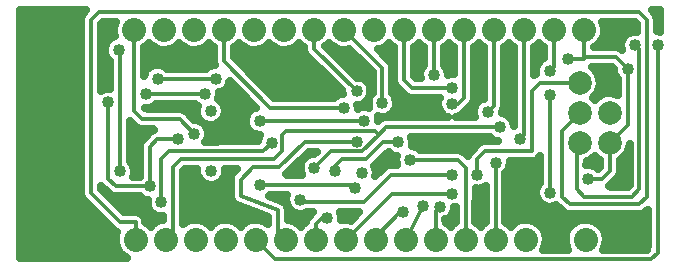
<source format=gbr>
G04 DipTrace 2.2.0.9*
%INBottom.gbr*%
%MOIN*%
%ADD13C,0.013*%
%ADD14C,0.025*%
%ADD20C,0.0787*%
%ADD25C,0.08*%
%ADD26C,0.04*%
%FSLAX44Y44*%
%SFA1B1*%
%OFA0B0*%
G04*
G70*
G90*
G75*
G01*
%LNBottom*%
%LPD*%
X23234Y6909D2*
D13*
X23690D1*
X23950Y7169D1*
Y8120D1*
X9560Y8254D2*
X8864D1*
X8604Y7994D1*
Y6664D1*
X24539Y10580D2*
X24144Y10975D1*
X23155D1*
X23090Y10910D1*
X22560D1*
X23090D2*
Y11890D1*
X23950Y8120D2*
X24539Y8709D1*
Y10580D1*
X8604Y6664D2*
X7489D1*
X7229Y6924D1*
Y9465D1*
X8880Y10262D2*
X10820D1*
X8485Y9732D2*
X10445D1*
X7624Y7180D2*
Y11175D1*
X7574Y11225D1*
X12680Y8130D2*
X12385Y7835D1*
X9259D1*
X8999Y7575D1*
Y6134D1*
X12300Y6720D2*
X15360D1*
X15450Y6630D1*
X12280Y8850D2*
X15770D1*
X18691Y7061D2*
X16661D1*
X15740Y6140D1*
X13700D1*
X13630Y6210D1*
X19535Y7061D2*
Y7591D1*
X19795Y7850D1*
X21350D1*
Y9860D1*
X21610Y10120D1*
X22950D1*
X14100Y7282D2*
X14652Y7834D1*
X15692D1*
X16239Y8380D1*
X16119Y8500D1*
X13147D1*
X13027Y8380D1*
Y7835D1*
X12767Y7575D1*
X9653D1*
X9394Y7315D1*
Y5144D1*
X9140Y4890D1*
X20275Y8640D2*
X16498D1*
X16239Y8380D1*
X8140Y4890D2*
Y5485D1*
X7624D1*
X6659Y6449D1*
Y12225D1*
X6919Y12485D1*
X24933D1*
X25193Y12225D1*
Y6326D1*
X24933Y6066D1*
X22612D1*
X22352Y6326D1*
Y8522D1*
X22950Y9120D1*
X12140Y4890D2*
X12799Y4231D1*
X25328D1*
X25550Y4452D1*
Y11370D1*
X22950Y8120D2*
X22839Y8009D1*
Y6586D1*
X23099Y6326D1*
X24674D1*
X24933Y6586D1*
Y11235D1*
X24798Y11370D1*
X16899Y8136D2*
X16396D1*
X15830Y7570D1*
X15010D1*
X14794Y7354D1*
Y7179D1*
X21957Y9725D2*
Y6461D1*
Y10515D2*
X22090Y10648D1*
Y11890D1*
X15510Y8160D2*
X13790D1*
X12930Y7300D1*
X12040D1*
X11640Y6880D1*
Y6360D1*
X12880Y5882D1*
Y4890D1*
X13140D1*
X14535Y5620D2*
X14340D1*
X14140Y5420D1*
Y4890D1*
X18691Y6424D2*
X16674D1*
X15140Y4890D1*
X17050Y5800D2*
X16950D1*
X16040Y4890D1*
X16140D1*
X17732Y6029D2*
X17480Y5540D1*
X17140Y4890D1*
X18296Y5995D2*
X18140Y5839D1*
Y4890D1*
X17294Y7542D2*
X18880D1*
X19140Y7282D1*
Y4890D1*
X20140Y7456D2*
Y4890D1*
X20940Y8245D2*
X21090Y8395D1*
Y11890D1*
X19880Y9151D2*
X20090Y9361D1*
Y11890D1*
X18691Y9416D2*
X18890D1*
X19090Y9616D1*
Y11890D1*
X18090Y10384D2*
Y11890D1*
X18691Y9946D2*
X17350D1*
X17090Y10206D1*
Y11890D1*
X16369Y9440D2*
Y10611D1*
X15090Y11890D1*
X15504Y9835D2*
X14090Y11249D1*
Y11890D1*
X15077Y9295D2*
X12633D1*
X11090Y10838D1*
Y11890D1*
X10090Y8427D2*
X9609Y8909D1*
X8350D1*
X8090Y9168D1*
Y11890D1*
D26*
X17050Y5800D3*
X12280Y8850D3*
X12300Y6720D3*
X15450Y6630D3*
X15680Y7110D3*
X15770Y8850D3*
X10820Y10262D3*
X8880D3*
X10445Y9732D3*
X8485D3*
X7574Y11225D3*
X7624Y7180D3*
X8999Y6134D3*
X12680Y8130D3*
X10643Y9180D3*
X10660Y7180D3*
X22560Y10910D3*
X7229Y9465D3*
X9560Y8254D3*
X23234Y6909D3*
X24539Y10580D3*
X8604Y6664D3*
X13630Y6210D3*
X18691Y7061D3*
X19535D3*
X14100Y7282D3*
X20275Y8640D3*
X25550Y11370D3*
X24798D3*
X14794Y7179D3*
X16899Y8136D3*
X21957Y6461D3*
Y9725D3*
Y10515D3*
X15510Y8160D3*
X14535Y5620D3*
X18691Y6424D3*
X17732Y6029D3*
X18296Y5995D3*
X17294Y7542D3*
X20140Y7456D3*
X20940Y8245D3*
X19880Y9151D3*
X18691Y9416D3*
X18090Y10384D3*
X18691Y9946D3*
X16369Y9440D3*
X15504Y9835D3*
X15077Y9295D3*
X10090Y8427D3*
X4310Y12286D2*
D14*
X6309D1*
X4310Y12038D2*
X6305D1*
X7015D2*
X7418D1*
X23765D2*
X24840D1*
X4310Y11789D2*
X6305D1*
X7015D2*
X7406D1*
X23773D2*
X24574D1*
X4310Y11540D2*
X6305D1*
X7015D2*
X7207D1*
X23679D2*
X24340D1*
X4310Y11292D2*
X6305D1*
X8445D2*
X8774D1*
X9406D2*
X9774D1*
X10406D2*
X10735D1*
X11445D2*
X11774D1*
X12406D2*
X12774D1*
X13406D2*
X13735D1*
X14539D2*
X14774D1*
X16406D2*
X16735D1*
X17445D2*
X17735D1*
X18445D2*
X18735D1*
X19445D2*
X19735D1*
X20445D2*
X20735D1*
X21445D2*
X21735D1*
X4310Y11043D2*
X6305D1*
X7015D2*
X7122D1*
X8445D2*
X10735D1*
X11445D2*
X13809D1*
X14789D2*
X15446D1*
X16429D2*
X16735D1*
X17445D2*
X17735D1*
X18445D2*
X18735D1*
X19445D2*
X19735D1*
X20445D2*
X20735D1*
X21445D2*
X21735D1*
X4310Y10794D2*
X6305D1*
X7015D2*
X7270D1*
X8445D2*
X10739D1*
X11624D2*
X14055D1*
X15035D2*
X15696D1*
X17445D2*
X17735D1*
X18445D2*
X18735D1*
X19445D2*
X19735D1*
X20445D2*
X20735D1*
X21445D2*
X21564D1*
X4310Y10545D2*
X6305D1*
X7015D2*
X7270D1*
X11874D2*
X14301D1*
X15285D2*
X15942D1*
X17445D2*
X17631D1*
X18550D2*
X18735D1*
X19445D2*
X19735D1*
X20445D2*
X20735D1*
X23476D2*
X24051D1*
X4310Y10297D2*
X6305D1*
X7015D2*
X7270D1*
X12121D2*
X14551D1*
X15581D2*
X16016D1*
X17492D2*
X17608D1*
X19445D2*
X19735D1*
X20445D2*
X20735D1*
X23609D2*
X24145D1*
X4310Y10048D2*
X6305D1*
X7015D2*
X7270D1*
X11257D2*
X11387D1*
X12371D2*
X14797D1*
X15941D2*
X16017D1*
X19445D2*
X19735D1*
X20445D2*
X20735D1*
X23628D2*
X24184D1*
X4310Y9799D2*
X6305D1*
X10929D2*
X11637D1*
X12621D2*
X15016D1*
X16722D2*
X17004D1*
X19445D2*
X19735D1*
X20445D2*
X20735D1*
X23550D2*
X24184D1*
X4310Y9551D2*
X6305D1*
X10949D2*
X11887D1*
X16847D2*
X18223D1*
X19437D2*
X19616D1*
X20445D2*
X20735D1*
X4310Y9302D2*
X6305D1*
X8687D2*
X10168D1*
X11117D2*
X12133D1*
X16839D2*
X18215D1*
X19269D2*
X19414D1*
X20441D2*
X20735D1*
X4310Y9053D2*
X6305D1*
X9956D2*
X10172D1*
X11117D2*
X11836D1*
X16652D2*
X18375D1*
X19007D2*
X19399D1*
X20511D2*
X20735D1*
X4310Y8805D2*
X6305D1*
X10941D2*
X11793D1*
X4310Y8556D2*
X6305D1*
X7980D2*
X8707D1*
X10562D2*
X11895D1*
X4310Y8307D2*
X6305D1*
X7980D2*
X8426D1*
X10566D2*
X12227D1*
X17355D2*
X19926D1*
X4310Y8059D2*
X6305D1*
X7980D2*
X8254D1*
X17382D2*
X19512D1*
X4310Y7810D2*
X6305D1*
X7980D2*
X8250D1*
X13933D2*
X14137D1*
X19097D2*
X19262D1*
X4310Y7561D2*
X6305D1*
X7980D2*
X8250D1*
X16312D2*
X16805D1*
X23324D2*
X23578D1*
X24324D2*
X24578D1*
X4310Y7313D2*
X6305D1*
X8093D2*
X8250D1*
X13433D2*
X13610D1*
X16124D2*
X16422D1*
X20609D2*
X21602D1*
X23492D2*
X23596D1*
X24304D2*
X24578D1*
X4310Y7064D2*
X6305D1*
X8101D2*
X8250D1*
X9749D2*
X10184D1*
X11136D2*
X11340D1*
X13187D2*
X13664D1*
X20496D2*
X21602D1*
X24289D2*
X24578D1*
X4310Y6815D2*
X6305D1*
X9749D2*
X10348D1*
X10972D2*
X11285D1*
X20496D2*
X21602D1*
X24089D2*
X24578D1*
X4310Y6566D2*
X6305D1*
X9749D2*
X11285D1*
X19496D2*
X19785D1*
X20496D2*
X21481D1*
X4310Y6318D2*
X6332D1*
X7281D2*
X8270D1*
X9749D2*
X11289D1*
X12691D2*
X13153D1*
X19496D2*
X19785D1*
X20496D2*
X21489D1*
X4310Y6069D2*
X6547D1*
X7531D2*
X8512D1*
X9749D2*
X11461D1*
X19496D2*
X19785D1*
X20496D2*
X21684D1*
X4310Y5820D2*
X6797D1*
X7781D2*
X8629D1*
X9749D2*
X12098D1*
X13234D2*
X13350D1*
X19496D2*
X19785D1*
X20496D2*
X22367D1*
X4310Y5572D2*
X7047D1*
X8484D2*
X9039D1*
X9749D2*
X12524D1*
X13234D2*
X13821D1*
X15023D2*
X15328D1*
X18515D2*
X18785D1*
X19496D2*
X19785D1*
X20496D2*
X25196D1*
X4310Y5323D2*
X7293D1*
X21671D2*
X22610D1*
X23671D2*
X25196D1*
X4310Y5074D2*
X7477D1*
X21804D2*
X22477D1*
X23804D2*
X25196D1*
X4310Y4826D2*
X7453D1*
X21828D2*
X22453D1*
X23828D2*
X25196D1*
X4310Y4577D2*
X7528D1*
X21753D2*
X22528D1*
X23753D2*
X25184D1*
X4310Y4328D2*
X7758D1*
X24604Y8070D2*
X24597Y7996D1*
X24562Y7876D1*
X24505Y7765D1*
X24428Y7667D1*
X24334Y7585D1*
X24276Y7551D1*
X24280Y7169D1*
X24257Y7047D1*
X24183Y6936D1*
X23920Y6674D1*
X23974Y6656D1*
X24540D1*
X24604Y6723D1*
Y8035D1*
X23621Y7550D2*
X23522Y7619D1*
X23449Y7695D1*
X23334Y7585D1*
X23226Y7522D1*
X23171Y7503D1*
X23169Y7372D1*
X23293Y7371D1*
X23413Y7338D1*
X23521Y7275D1*
X23556Y7239D1*
X23620Y7306D1*
Y7548D1*
X23451Y9546D2*
X23512Y9612D1*
X23613Y9686D1*
X23726Y9739D1*
X23846Y9770D1*
X23971Y9778D1*
X24095Y9763D1*
X24210Y9725D1*
X24209Y10252D1*
X24121Y10376D1*
X24081Y10494D1*
X24077Y10576D1*
X24004Y10648D1*
X23351Y10645D1*
X23418Y10583D1*
X23497Y10487D1*
X23557Y10377D1*
X23594Y10258D1*
X23609Y10120D1*
X23597Y9996D1*
X23562Y9876D1*
X23505Y9765D1*
X23428Y9667D1*
X23378Y9623D1*
X23450Y9544D1*
X23793Y4766D2*
X23759Y4646D1*
X23714Y4559D1*
X25194Y4560D1*
X25220Y4702D1*
Y5886D1*
X25167Y5833D1*
X25064Y5763D1*
X24933Y5736D1*
X22612D1*
X22490Y5760D1*
X22379Y5833D1*
X22168Y6044D1*
X22062Y6008D1*
X21938Y5997D1*
X21815Y6018D1*
X21702Y6072D1*
X21608Y6154D1*
X21539Y6257D1*
X21500Y6376D1*
X21494Y6500D1*
X21521Y6622D1*
X21579Y6732D1*
X21630Y6786D1*
X21627Y7668D1*
X21505Y7559D1*
X21386Y7522D1*
X20604Y7520D1*
X20605Y7456D1*
X20588Y7332D1*
X20539Y7217D1*
X20469Y7129D1*
X20470Y5467D1*
X20588Y5382D1*
X20638Y5327D1*
X20777Y5447D1*
X20888Y5505D1*
X21007Y5542D1*
X21131Y5555D1*
X21256Y5545D1*
X21376Y5512D1*
X21488Y5457D1*
X21588Y5382D1*
X21672Y5289D1*
X21737Y5183D1*
X21781Y5066D1*
X21805Y4890D1*
X21793Y4766D1*
X21759Y4646D1*
X21714Y4559D1*
X22561Y4560D1*
X22509Y4680D1*
X22481Y4801D1*
X22476Y4926D1*
X22494Y5049D1*
X22535Y5167D1*
X22598Y5275D1*
X22679Y5370D1*
X22777Y5447D1*
X22888Y5505D1*
X23007Y5542D1*
X23131Y5555D1*
X23256Y5545D1*
X23376Y5512D1*
X23488Y5457D1*
X23588Y5382D1*
X23672Y5289D1*
X23737Y5183D1*
X23781Y5066D1*
X23805Y4890D1*
X23793Y4766D1*
X19641Y5325D2*
X19679Y5370D1*
X19808Y5464D1*
X19810Y6683D1*
X19756Y6652D1*
X19639Y6608D1*
X19515Y6596D1*
X19473Y6604D1*
X19470Y5782D1*
Y5466D1*
X19588Y5382D1*
X19638Y5327D1*
X18641Y5325D2*
X18679Y5370D1*
X18808Y5464D1*
X18810Y5972D1*
X18760Y5967D1*
X18744Y5871D1*
X18695Y5757D1*
X18618Y5659D1*
X18517Y5586D1*
X18470Y5568D1*
X18488Y5457D1*
X18588Y5382D1*
X18638Y5327D1*
X14996Y5538D2*
X15131Y5555D1*
X15256Y5545D1*
X15312Y5529D1*
X15594Y5811D1*
X14963Y5810D1*
X14998Y5667D1*
X14989Y5539D1*
X13641Y5325D2*
X13679Y5370D1*
X13815Y5467D1*
X13824Y5516D1*
X13882Y5626D1*
X14064Y5811D1*
X13869Y5810D1*
X13735Y5757D1*
X13610Y5745D1*
X13488Y5767D1*
X13375Y5821D1*
X13281Y5903D1*
X13212Y6006D1*
X13173Y6125D1*
X13167Y6249D1*
X13203Y6388D1*
X12630Y6390D1*
X12575Y6350D1*
X12999Y6190D1*
X13104Y6124D1*
X13178Y6024D1*
X13210Y5882D1*
Y5550D1*
X13376Y5512D1*
X13488Y5457D1*
X13588Y5382D1*
X13638Y5327D1*
X9725Y5406D2*
X9777Y5447D1*
X9888Y5505D1*
X10007Y5542D1*
X10131Y5555D1*
X10256Y5545D1*
X10376Y5512D1*
X10488Y5457D1*
X10588Y5382D1*
X10641Y5325D1*
X10679Y5370D1*
X10777Y5447D1*
X10888Y5505D1*
X11007Y5542D1*
X11131Y5555D1*
X11256Y5545D1*
X11376Y5512D1*
X11488Y5457D1*
X11588Y5382D1*
X11641Y5325D1*
X11679Y5370D1*
X11777Y5447D1*
X11888Y5505D1*
X12007Y5542D1*
X12131Y5555D1*
X12256Y5545D1*
X12376Y5512D1*
X12488Y5457D1*
X12547Y5412D1*
X12550Y5652D1*
X12062Y5844D1*
X11521Y6052D1*
X11416Y6118D1*
X11342Y6218D1*
X11310Y6360D1*
Y6880D1*
X11333Y7002D1*
X11401Y7108D1*
X11533Y7246D1*
X11123Y7245D1*
X11125Y7180D1*
X11108Y7056D1*
X11059Y6942D1*
X10981Y6844D1*
X10881Y6771D1*
X10764Y6727D1*
X10640Y6715D1*
X10517Y6737D1*
X10405Y6791D1*
X10311Y6872D1*
X10242Y6976D1*
X10203Y7094D1*
X10202Y7246D1*
X9787Y7245D1*
X9724Y7178D1*
Y5405D1*
X8641Y5325D2*
X8679Y5370D1*
X8777Y5447D1*
X8888Y5505D1*
X9007Y5542D1*
X9065Y5548D1*
X9064Y5671D1*
X8979Y5670D1*
X8856Y5691D1*
X8744Y5745D1*
X8650Y5827D1*
X8581Y5930D1*
X8542Y6049D1*
X8541Y6200D1*
X8462Y6221D1*
X8349Y6275D1*
X8281Y6334D1*
X7489D1*
X7367Y6357D1*
X7256Y6431D1*
X6994Y6694D1*
X6989Y6588D1*
X7763Y5813D1*
X8140Y5815D1*
X8262Y5791D1*
X8367Y5725D1*
X8439Y5624D1*
X8470Y5485D1*
Y5465D1*
X8588Y5382D1*
X8638Y5327D1*
X7870Y4286D2*
X7823Y4305D1*
X7719Y4375D1*
X7631Y4463D1*
X7560Y4565D1*
X7509Y4680D1*
X7481Y4801D1*
X7476Y4926D1*
X7494Y5049D1*
X7534Y5163D1*
X7418Y5227D1*
X6426Y6216D1*
X6356Y6319D1*
X6329Y6449D1*
Y12225D1*
X6353Y12347D1*
X6426Y12458D1*
X6501Y12533D1*
X4990Y12535D1*
X4285D1*
Y4285D1*
X7867D1*
X23697Y12157D2*
X23731Y12066D1*
X23755Y11890D1*
X23743Y11766D1*
X23709Y11646D1*
X23652Y11535D1*
X23576Y11436D1*
X23482Y11353D1*
X23419Y11315D1*
X23655Y11305D1*
X24144D1*
X24269Y11279D1*
X24352Y11230D1*
X24335Y11409D1*
X24362Y11530D1*
X24420Y11640D1*
X24506Y11731D1*
X24613Y11796D1*
X24732Y11830D1*
X24861D1*
X24863Y12088D1*
X24797Y12155D1*
X23703D1*
X21763Y11312D2*
X21669Y11375D1*
X21589Y11454D1*
X21482Y11353D1*
X21419Y11315D1*
X21420Y10386D1*
X21483Y10424D1*
X21494Y10554D1*
X21521Y10676D1*
X21579Y10786D1*
X21665Y10876D1*
X21761Y10935D1*
X21760Y11316D1*
X20763Y11312D2*
X20669Y11375D1*
X20589Y11454D1*
X20482Y11353D1*
X20419Y11315D1*
X20420Y9361D1*
X20394Y9235D1*
X20345Y9151D1*
X20338Y9100D1*
X20454Y9069D1*
X20561Y9006D1*
X20648Y8917D1*
X20708Y8808D1*
X20738Y8665D1*
X20758Y8673D1*
X20760Y11313D1*
X19763Y11312D2*
X19669Y11375D1*
X19589Y11454D1*
X19482Y11353D1*
X19419Y11315D1*
X19420Y9616D1*
X19397Y9494D1*
X19323Y9383D1*
X19013Y9080D1*
X18912Y9007D1*
X18814Y8970D1*
X19448D1*
X19423Y9065D1*
X19416Y9190D1*
X19443Y9311D1*
X19502Y9421D1*
X19587Y9512D1*
X19694Y9577D1*
X19758Y9595D1*
X19760Y10486D1*
Y11310D1*
X18763Y11312D2*
X18669Y11375D1*
X18589Y11454D1*
X18482Y11353D1*
X18419Y11315D1*
X18420Y10714D1*
X18464Y10661D1*
X18524Y10552D1*
X18555Y10392D1*
X18625Y10406D1*
X18761Y10404D1*
X18760Y11315D1*
X16763Y11312D2*
X16669Y11375D1*
X16589Y11454D1*
X16482Y11353D1*
X16375Y11289D1*
X16258Y11247D1*
X16208Y11238D1*
X16602Y10845D1*
X16672Y10742D1*
X16699Y10611D1*
Y9764D1*
X16742Y9717D1*
X16802Y9608D1*
X16831Y9486D1*
X16834Y9440D1*
X16817Y9316D1*
X16768Y9202D1*
X16691Y9104D1*
X16590Y9031D1*
X16473Y8987D1*
X16349Y8975D1*
X16209Y9006D1*
X16235Y8850D1*
X16233Y8838D1*
X16265Y8873D1*
X16368Y8943D1*
X16498Y8970D1*
X18549Y8973D1*
X18436Y9027D1*
X18342Y9109D1*
X18273Y9212D1*
X18234Y9331D1*
X18228Y9455D1*
X18255Y9577D1*
X18275Y9615D1*
X17350Y9616D1*
X17228Y9639D1*
X17117Y9713D1*
X16857Y9972D1*
X16787Y10075D1*
X16760Y10206D1*
Y11311D1*
X15261Y11248D2*
X15135Y11226D1*
X15010Y11230D1*
X14888Y11256D1*
X14773Y11305D1*
X14669Y11375D1*
X14589Y11454D1*
X14482Y11353D1*
X14466Y11343D1*
X15508Y10297D1*
X15562Y10296D1*
X15683Y10264D1*
X15790Y10201D1*
X15877Y10112D1*
X15938Y10003D1*
X15967Y9881D1*
X15969Y9835D1*
X15952Y9711D1*
X15903Y9597D1*
X15826Y9499D1*
X15725Y9426D1*
X15608Y9382D1*
X15535Y9375D1*
X15542Y9295D1*
X15537Y9252D1*
X15584Y9276D1*
X15704Y9310D1*
X15829Y9311D1*
X15930Y9284D1*
X15912Y9354D1*
X15905Y9479D1*
X15932Y9601D1*
X15991Y9711D1*
X16042Y9765D1*
X16039Y10475D1*
X15265Y11248D1*
X13763Y11312D2*
X13669Y11375D1*
X13589Y11454D1*
X13482Y11353D1*
X13375Y11289D1*
X13258Y11247D1*
X13135Y11226D1*
X13010Y11230D1*
X12888Y11256D1*
X12773Y11305D1*
X12669Y11375D1*
X12589Y11454D1*
X12482Y11353D1*
X12375Y11289D1*
X12258Y11247D1*
X12135Y11226D1*
X12010Y11230D1*
X11888Y11256D1*
X11773Y11305D1*
X11669Y11375D1*
X11589Y11454D1*
X11482Y11353D1*
X11419Y11315D1*
X11420Y10972D1*
X12768Y9626D1*
X14746Y9625D1*
X14892Y9721D1*
X15011Y9755D1*
X15046D1*
X15005Y9867D1*
X13857Y11015D1*
X13787Y11118D1*
X13760Y11249D1*
Y11315D1*
X10763Y11312D2*
X10669Y11375D1*
X10589Y11454D1*
X10482Y11353D1*
X10375Y11289D1*
X10258Y11247D1*
X10135Y11226D1*
X10010Y11230D1*
X9888Y11256D1*
X9773Y11305D1*
X9669Y11375D1*
X9589Y11454D1*
X9482Y11353D1*
X9375Y11289D1*
X9258Y11247D1*
X9135Y11226D1*
X9010Y11230D1*
X8888Y11256D1*
X8773Y11305D1*
X8669Y11375D1*
X8589Y11454D1*
X8482Y11353D1*
X8419Y11315D1*
X8420Y10331D1*
X8443Y10423D1*
X8502Y10533D1*
X8587Y10623D1*
X8694Y10688D1*
X8814Y10722D1*
X8938Y10723D1*
X9059Y10691D1*
X9166Y10628D1*
X9202Y10592D1*
X10493D1*
X10527Y10623D1*
X10634Y10688D1*
X10781Y10722D1*
X10760Y10838D1*
Y11310D1*
X11275Y10189D2*
X11268Y10138D1*
X11219Y10024D1*
X11142Y9926D1*
X11041Y9853D1*
X10905Y9807D1*
X10910Y9732D1*
X10893Y9609D1*
X10880Y9576D1*
X10930Y9546D1*
X11017Y9457D1*
X11077Y9348D1*
X11106Y9227D1*
X11108Y9180D1*
X11091Y9056D1*
X11043Y8942D1*
X10965Y8844D1*
X10864Y8771D1*
X10748Y8727D1*
X10624Y8715D1*
X10501Y8737D1*
X10388Y8791D1*
X10294Y8873D1*
X10225Y8976D1*
X10186Y9095D1*
X10180Y9219D1*
X10206Y9337D1*
X10123Y9402D1*
X8816D1*
X8706Y9323D1*
X8589Y9279D1*
X8454Y9269D1*
X8600Y9239D1*
X9609D1*
X9731Y9215D1*
X9842Y9142D1*
X10093Y8891D1*
X10149Y8889D1*
X10269Y8856D1*
X10376Y8793D1*
X10463Y8704D1*
X10524Y8595D1*
X10553Y8474D1*
X10555Y8427D1*
X10538Y8304D1*
X10489Y8189D1*
X10467Y8162D1*
X11384Y8164D1*
X12217Y8169D1*
X12244Y8291D1*
X12293Y8384D1*
X12138Y8407D1*
X12025Y8461D1*
X11931Y8543D1*
X11862Y8646D1*
X11823Y8765D1*
X11817Y8889D1*
X11844Y9011D1*
X11902Y9121D1*
X11988Y9212D1*
X12094Y9276D1*
X12165Y9296D1*
X11275Y10186D1*
X8072Y7056D2*
X8046Y6995D1*
X8274Y6994D1*
Y7994D1*
X8297Y8116D1*
X8371Y8227D1*
X8630Y8487D1*
X8737Y8558D1*
X8734Y8579D1*
X8350D1*
X8228Y8602D1*
X8117Y8675D1*
X7954Y8838D1*
Y7507D1*
X7997Y7457D1*
X8058Y7348D1*
X8087Y7226D1*
X8089Y7180D1*
X8072Y7056D1*
X6987Y9857D2*
X7043Y9891D1*
X7163Y9925D1*
X7294Y9930D1*
X7293Y10859D1*
X7225Y10918D1*
X7156Y11022D1*
X7117Y11140D1*
X7111Y11264D1*
X7138Y11386D1*
X7196Y11496D1*
X7281Y11587D1*
X7388Y11651D1*
X7461Y11676D1*
X7431Y11801D1*
X7426Y11926D1*
X7444Y12049D1*
X7482Y12156D1*
X7055Y12155D1*
X6989Y12088D1*
Y9862D1*
X13702Y7050D2*
X13682Y7079D1*
X13643Y7197D1*
X13637Y7322D1*
X13664Y7443D1*
X13722Y7553D1*
X13808Y7644D1*
X13914Y7709D1*
X14034Y7743D1*
X14093D1*
X14179Y7828D1*
X13928Y7830D1*
X13160Y7065D1*
X13175Y7050D1*
X13695D1*
X20228Y8180D2*
X20132Y8197D1*
X20020Y8251D1*
X19952Y8310D1*
X17333D1*
X17361Y8183D1*
X17364Y8136D1*
X17342Y8002D1*
X17473Y7971D1*
X17580Y7909D1*
X17616Y7872D1*
X18880D1*
X19002Y7849D1*
X19113Y7776D1*
X19216Y7673D1*
X19277Y7797D1*
X19561Y8084D1*
X19664Y8153D1*
X19795Y8180D1*
X20205D1*
X25527Y11831D2*
X25612Y11830D1*
X25615Y12535D1*
X25353D1*
X25427Y12458D1*
X25496Y12356D1*
X25523Y12225D1*
Y11831D1*
X16852Y7676D2*
X16757Y7693D1*
X16644Y7747D1*
X16576Y7806D1*
X16453Y7726D1*
X16078Y7351D1*
X16114Y7278D1*
X16143Y7157D1*
X16130Y6998D1*
X16427Y7294D1*
X16530Y7364D1*
X16661Y7391D1*
X16852D1*
X16837Y7457D1*
X16830Y7581D1*
X16851Y7676D1*
X17641Y10273D2*
X17627Y10424D1*
X17654Y10545D1*
X17712Y10655D1*
X17763Y10709D1*
X17760Y11310D1*
X17669Y11375D1*
X17589Y11454D1*
X17482Y11353D1*
X17419Y11315D1*
X17420Y10339D1*
X17487Y10276D1*
X17635D1*
D20*
X23950Y8120D3*
Y9120D3*
Y10120D3*
X22950D3*
Y9120D3*
Y8120D3*
D25*
X23140Y4890D3*
X22140D3*
X21140D3*
X20140D3*
X19140D3*
X18140D3*
X17140D3*
X16140D3*
X15140D3*
X14140D3*
X13140D3*
X12140D3*
X11140D3*
X10140D3*
X9140D3*
X8140D3*
X23090Y11890D3*
X22090D3*
X21090D3*
X20090D3*
X19090D3*
X18090D3*
X17090D3*
X16090D3*
X15090D3*
X14090D3*
X13090D3*
X12090D3*
X11090D3*
X10090D3*
X9090D3*
X8090D3*
M02*

</source>
